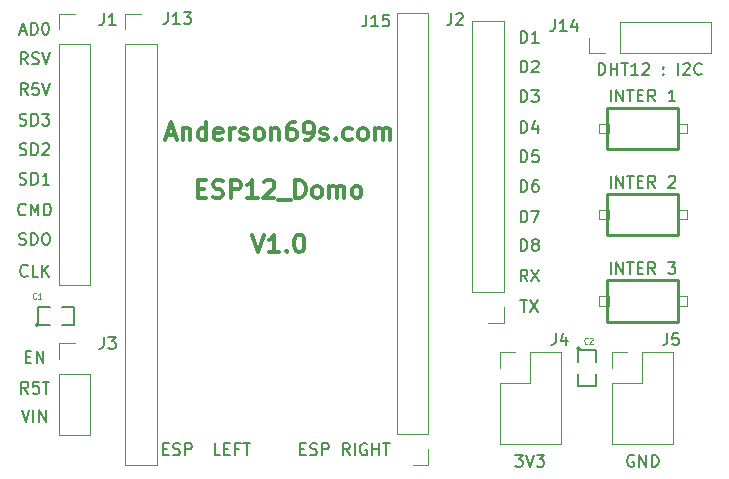
<source format=gto>
G04 #@! TF.GenerationSoftware,KiCad,Pcbnew,(5.1.5-0-10_14)*
G04 #@! TF.CreationDate,2020-04-27T22:25:58+02:00*
G04 #@! TF.ProjectId,ESP12-Domo,45535031-322d-4446-9f6d-6f2e6b696361,rev?*
G04 #@! TF.SameCoordinates,Original*
G04 #@! TF.FileFunction,Legend,Top*
G04 #@! TF.FilePolarity,Positive*
%FSLAX46Y46*%
G04 Gerber Fmt 4.6, Leading zero omitted, Abs format (unit mm)*
G04 Created by KiCad (PCBNEW (5.1.5-0-10_14)) date 2020-04-27 22:25:58*
%MOMM*%
%LPD*%
G04 APERTURE LIST*
%ADD10C,0.300000*%
%ADD11C,0.150000*%
%ADD12C,0.120000*%
%ADD13C,0.127000*%
%ADD14C,0.066040*%
%ADD15C,0.254000*%
%ADD16C,0.099060*%
%ADD17C,0.200000*%
G04 APERTURE END LIST*
D10*
X120714285Y-82678571D02*
X121214285Y-84178571D01*
X121714285Y-82678571D01*
X123000000Y-84178571D02*
X122142857Y-84178571D01*
X122571428Y-84178571D02*
X122571428Y-82678571D01*
X122428571Y-82892857D01*
X122285714Y-83035714D01*
X122142857Y-83107142D01*
X123642857Y-84035714D02*
X123714285Y-84107142D01*
X123642857Y-84178571D01*
X123571428Y-84107142D01*
X123642857Y-84035714D01*
X123642857Y-84178571D01*
X124642857Y-82678571D02*
X124785714Y-82678571D01*
X124928571Y-82750000D01*
X125000000Y-82821428D01*
X125071428Y-82964285D01*
X125142857Y-83250000D01*
X125142857Y-83607142D01*
X125071428Y-83892857D01*
X125000000Y-84035714D01*
X124928571Y-84107142D01*
X124785714Y-84178571D01*
X124642857Y-84178571D01*
X124500000Y-84107142D01*
X124428571Y-84035714D01*
X124357142Y-83892857D01*
X124285714Y-83607142D01*
X124285714Y-83250000D01*
X124357142Y-82964285D01*
X124428571Y-82821428D01*
X124500000Y-82750000D01*
X124642857Y-82678571D01*
X116107142Y-78792857D02*
X116607142Y-78792857D01*
X116821428Y-79578571D02*
X116107142Y-79578571D01*
X116107142Y-78078571D01*
X116821428Y-78078571D01*
X117392857Y-79507142D02*
X117607142Y-79578571D01*
X117964285Y-79578571D01*
X118107142Y-79507142D01*
X118178571Y-79435714D01*
X118250000Y-79292857D01*
X118250000Y-79150000D01*
X118178571Y-79007142D01*
X118107142Y-78935714D01*
X117964285Y-78864285D01*
X117678571Y-78792857D01*
X117535714Y-78721428D01*
X117464285Y-78650000D01*
X117392857Y-78507142D01*
X117392857Y-78364285D01*
X117464285Y-78221428D01*
X117535714Y-78150000D01*
X117678571Y-78078571D01*
X118035714Y-78078571D01*
X118250000Y-78150000D01*
X118892857Y-79578571D02*
X118892857Y-78078571D01*
X119464285Y-78078571D01*
X119607142Y-78150000D01*
X119678571Y-78221428D01*
X119750000Y-78364285D01*
X119750000Y-78578571D01*
X119678571Y-78721428D01*
X119607142Y-78792857D01*
X119464285Y-78864285D01*
X118892857Y-78864285D01*
X121178571Y-79578571D02*
X120321428Y-79578571D01*
X120750000Y-79578571D02*
X120750000Y-78078571D01*
X120607142Y-78292857D01*
X120464285Y-78435714D01*
X120321428Y-78507142D01*
X121750000Y-78221428D02*
X121821428Y-78150000D01*
X121964285Y-78078571D01*
X122321428Y-78078571D01*
X122464285Y-78150000D01*
X122535714Y-78221428D01*
X122607142Y-78364285D01*
X122607142Y-78507142D01*
X122535714Y-78721428D01*
X121678571Y-79578571D01*
X122607142Y-79578571D01*
X122892857Y-79721428D02*
X124035714Y-79721428D01*
X124392857Y-79578571D02*
X124392857Y-78078571D01*
X124750000Y-78078571D01*
X124964285Y-78150000D01*
X125107142Y-78292857D01*
X125178571Y-78435714D01*
X125250000Y-78721428D01*
X125250000Y-78935714D01*
X125178571Y-79221428D01*
X125107142Y-79364285D01*
X124964285Y-79507142D01*
X124750000Y-79578571D01*
X124392857Y-79578571D01*
X126107142Y-79578571D02*
X125964285Y-79507142D01*
X125892857Y-79435714D01*
X125821428Y-79292857D01*
X125821428Y-78864285D01*
X125892857Y-78721428D01*
X125964285Y-78650000D01*
X126107142Y-78578571D01*
X126321428Y-78578571D01*
X126464285Y-78650000D01*
X126535714Y-78721428D01*
X126607142Y-78864285D01*
X126607142Y-79292857D01*
X126535714Y-79435714D01*
X126464285Y-79507142D01*
X126321428Y-79578571D01*
X126107142Y-79578571D01*
X127250000Y-79578571D02*
X127250000Y-78578571D01*
X127250000Y-78721428D02*
X127321428Y-78650000D01*
X127464285Y-78578571D01*
X127678571Y-78578571D01*
X127821428Y-78650000D01*
X127892857Y-78792857D01*
X127892857Y-79578571D01*
X127892857Y-78792857D02*
X127964285Y-78650000D01*
X128107142Y-78578571D01*
X128321428Y-78578571D01*
X128464285Y-78650000D01*
X128535714Y-78792857D01*
X128535714Y-79578571D01*
X129464285Y-79578571D02*
X129321428Y-79507142D01*
X129250000Y-79435714D01*
X129178571Y-79292857D01*
X129178571Y-78864285D01*
X129250000Y-78721428D01*
X129321428Y-78650000D01*
X129464285Y-78578571D01*
X129678571Y-78578571D01*
X129821428Y-78650000D01*
X129892857Y-78721428D01*
X129964285Y-78864285D01*
X129964285Y-79292857D01*
X129892857Y-79435714D01*
X129821428Y-79507142D01*
X129678571Y-79578571D01*
X129464285Y-79578571D01*
X113500000Y-74250000D02*
X114214285Y-74250000D01*
X113357142Y-74678571D02*
X113857142Y-73178571D01*
X114357142Y-74678571D01*
X114857142Y-73678571D02*
X114857142Y-74678571D01*
X114857142Y-73821428D02*
X114928571Y-73750000D01*
X115071428Y-73678571D01*
X115285714Y-73678571D01*
X115428571Y-73750000D01*
X115500000Y-73892857D01*
X115500000Y-74678571D01*
X116857142Y-74678571D02*
X116857142Y-73178571D01*
X116857142Y-74607142D02*
X116714285Y-74678571D01*
X116428571Y-74678571D01*
X116285714Y-74607142D01*
X116214285Y-74535714D01*
X116142857Y-74392857D01*
X116142857Y-73964285D01*
X116214285Y-73821428D01*
X116285714Y-73750000D01*
X116428571Y-73678571D01*
X116714285Y-73678571D01*
X116857142Y-73750000D01*
X118142857Y-74607142D02*
X118000000Y-74678571D01*
X117714285Y-74678571D01*
X117571428Y-74607142D01*
X117500000Y-74464285D01*
X117500000Y-73892857D01*
X117571428Y-73750000D01*
X117714285Y-73678571D01*
X118000000Y-73678571D01*
X118142857Y-73750000D01*
X118214285Y-73892857D01*
X118214285Y-74035714D01*
X117500000Y-74178571D01*
X118857142Y-74678571D02*
X118857142Y-73678571D01*
X118857142Y-73964285D02*
X118928571Y-73821428D01*
X119000000Y-73750000D01*
X119142857Y-73678571D01*
X119285714Y-73678571D01*
X119714285Y-74607142D02*
X119857142Y-74678571D01*
X120142857Y-74678571D01*
X120285714Y-74607142D01*
X120357142Y-74464285D01*
X120357142Y-74392857D01*
X120285714Y-74250000D01*
X120142857Y-74178571D01*
X119928571Y-74178571D01*
X119785714Y-74107142D01*
X119714285Y-73964285D01*
X119714285Y-73892857D01*
X119785714Y-73750000D01*
X119928571Y-73678571D01*
X120142857Y-73678571D01*
X120285714Y-73750000D01*
X121214285Y-74678571D02*
X121071428Y-74607142D01*
X121000000Y-74535714D01*
X120928571Y-74392857D01*
X120928571Y-73964285D01*
X121000000Y-73821428D01*
X121071428Y-73750000D01*
X121214285Y-73678571D01*
X121428571Y-73678571D01*
X121571428Y-73750000D01*
X121642857Y-73821428D01*
X121714285Y-73964285D01*
X121714285Y-74392857D01*
X121642857Y-74535714D01*
X121571428Y-74607142D01*
X121428571Y-74678571D01*
X121214285Y-74678571D01*
X122357142Y-73678571D02*
X122357142Y-74678571D01*
X122357142Y-73821428D02*
X122428571Y-73750000D01*
X122571428Y-73678571D01*
X122785714Y-73678571D01*
X122928571Y-73750000D01*
X123000000Y-73892857D01*
X123000000Y-74678571D01*
X124357142Y-73178571D02*
X124071428Y-73178571D01*
X123928571Y-73250000D01*
X123857142Y-73321428D01*
X123714285Y-73535714D01*
X123642857Y-73821428D01*
X123642857Y-74392857D01*
X123714285Y-74535714D01*
X123785714Y-74607142D01*
X123928571Y-74678571D01*
X124214285Y-74678571D01*
X124357142Y-74607142D01*
X124428571Y-74535714D01*
X124500000Y-74392857D01*
X124500000Y-74035714D01*
X124428571Y-73892857D01*
X124357142Y-73821428D01*
X124214285Y-73750000D01*
X123928571Y-73750000D01*
X123785714Y-73821428D01*
X123714285Y-73892857D01*
X123642857Y-74035714D01*
X125214285Y-74678571D02*
X125500000Y-74678571D01*
X125642857Y-74607142D01*
X125714285Y-74535714D01*
X125857142Y-74321428D01*
X125928571Y-74035714D01*
X125928571Y-73464285D01*
X125857142Y-73321428D01*
X125785714Y-73250000D01*
X125642857Y-73178571D01*
X125357142Y-73178571D01*
X125214285Y-73250000D01*
X125142857Y-73321428D01*
X125071428Y-73464285D01*
X125071428Y-73821428D01*
X125142857Y-73964285D01*
X125214285Y-74035714D01*
X125357142Y-74107142D01*
X125642857Y-74107142D01*
X125785714Y-74035714D01*
X125857142Y-73964285D01*
X125928571Y-73821428D01*
X126500000Y-74607142D02*
X126642857Y-74678571D01*
X126928571Y-74678571D01*
X127071428Y-74607142D01*
X127142857Y-74464285D01*
X127142857Y-74392857D01*
X127071428Y-74250000D01*
X126928571Y-74178571D01*
X126714285Y-74178571D01*
X126571428Y-74107142D01*
X126500000Y-73964285D01*
X126500000Y-73892857D01*
X126571428Y-73750000D01*
X126714285Y-73678571D01*
X126928571Y-73678571D01*
X127071428Y-73750000D01*
X127785714Y-74535714D02*
X127857142Y-74607142D01*
X127785714Y-74678571D01*
X127714285Y-74607142D01*
X127785714Y-74535714D01*
X127785714Y-74678571D01*
X129142857Y-74607142D02*
X129000000Y-74678571D01*
X128714285Y-74678571D01*
X128571428Y-74607142D01*
X128500000Y-74535714D01*
X128428571Y-74392857D01*
X128428571Y-73964285D01*
X128500000Y-73821428D01*
X128571428Y-73750000D01*
X128714285Y-73678571D01*
X129000000Y-73678571D01*
X129142857Y-73750000D01*
X130000000Y-74678571D02*
X129857142Y-74607142D01*
X129785714Y-74535714D01*
X129714285Y-74392857D01*
X129714285Y-73964285D01*
X129785714Y-73821428D01*
X129857142Y-73750000D01*
X130000000Y-73678571D01*
X130214285Y-73678571D01*
X130357142Y-73750000D01*
X130428571Y-73821428D01*
X130500000Y-73964285D01*
X130500000Y-74392857D01*
X130428571Y-74535714D01*
X130357142Y-74607142D01*
X130214285Y-74678571D01*
X130000000Y-74678571D01*
X131142857Y-74678571D02*
X131142857Y-73678571D01*
X131142857Y-73821428D02*
X131214285Y-73750000D01*
X131357142Y-73678571D01*
X131571428Y-73678571D01*
X131714285Y-73750000D01*
X131785714Y-73892857D01*
X131785714Y-74678571D01*
X131785714Y-73892857D02*
X131857142Y-73750000D01*
X132000000Y-73678571D01*
X132214285Y-73678571D01*
X132357142Y-73750000D01*
X132428571Y-73892857D01*
X132428571Y-74678571D01*
D11*
X143461904Y-66452380D02*
X143461904Y-65452380D01*
X143700000Y-65452380D01*
X143842857Y-65500000D01*
X143938095Y-65595238D01*
X143985714Y-65690476D01*
X144033333Y-65880952D01*
X144033333Y-66023809D01*
X143985714Y-66214285D01*
X143938095Y-66309523D01*
X143842857Y-66404761D01*
X143700000Y-66452380D01*
X143461904Y-66452380D01*
X144985714Y-66452380D02*
X144414285Y-66452380D01*
X144700000Y-66452380D02*
X144700000Y-65452380D01*
X144604761Y-65595238D01*
X144509523Y-65690476D01*
X144414285Y-65738095D01*
X143461904Y-68952380D02*
X143461904Y-67952380D01*
X143700000Y-67952380D01*
X143842857Y-68000000D01*
X143938095Y-68095238D01*
X143985714Y-68190476D01*
X144033333Y-68380952D01*
X144033333Y-68523809D01*
X143985714Y-68714285D01*
X143938095Y-68809523D01*
X143842857Y-68904761D01*
X143700000Y-68952380D01*
X143461904Y-68952380D01*
X144414285Y-68047619D02*
X144461904Y-68000000D01*
X144557142Y-67952380D01*
X144795238Y-67952380D01*
X144890476Y-68000000D01*
X144938095Y-68047619D01*
X144985714Y-68142857D01*
X144985714Y-68238095D01*
X144938095Y-68380952D01*
X144366666Y-68952380D01*
X144985714Y-68952380D01*
X143461904Y-71452380D02*
X143461904Y-70452380D01*
X143700000Y-70452380D01*
X143842857Y-70500000D01*
X143938095Y-70595238D01*
X143985714Y-70690476D01*
X144033333Y-70880952D01*
X144033333Y-71023809D01*
X143985714Y-71214285D01*
X143938095Y-71309523D01*
X143842857Y-71404761D01*
X143700000Y-71452380D01*
X143461904Y-71452380D01*
X144366666Y-70452380D02*
X144985714Y-70452380D01*
X144652380Y-70833333D01*
X144795238Y-70833333D01*
X144890476Y-70880952D01*
X144938095Y-70928571D01*
X144985714Y-71023809D01*
X144985714Y-71261904D01*
X144938095Y-71357142D01*
X144890476Y-71404761D01*
X144795238Y-71452380D01*
X144509523Y-71452380D01*
X144414285Y-71404761D01*
X144366666Y-71357142D01*
X143461904Y-74052380D02*
X143461904Y-73052380D01*
X143700000Y-73052380D01*
X143842857Y-73100000D01*
X143938095Y-73195238D01*
X143985714Y-73290476D01*
X144033333Y-73480952D01*
X144033333Y-73623809D01*
X143985714Y-73814285D01*
X143938095Y-73909523D01*
X143842857Y-74004761D01*
X143700000Y-74052380D01*
X143461904Y-74052380D01*
X144890476Y-73385714D02*
X144890476Y-74052380D01*
X144652380Y-73004761D02*
X144414285Y-73719047D01*
X145033333Y-73719047D01*
X143461904Y-76552380D02*
X143461904Y-75552380D01*
X143700000Y-75552380D01*
X143842857Y-75600000D01*
X143938095Y-75695238D01*
X143985714Y-75790476D01*
X144033333Y-75980952D01*
X144033333Y-76123809D01*
X143985714Y-76314285D01*
X143938095Y-76409523D01*
X143842857Y-76504761D01*
X143700000Y-76552380D01*
X143461904Y-76552380D01*
X144938095Y-75552380D02*
X144461904Y-75552380D01*
X144414285Y-76028571D01*
X144461904Y-75980952D01*
X144557142Y-75933333D01*
X144795238Y-75933333D01*
X144890476Y-75980952D01*
X144938095Y-76028571D01*
X144985714Y-76123809D01*
X144985714Y-76361904D01*
X144938095Y-76457142D01*
X144890476Y-76504761D01*
X144795238Y-76552380D01*
X144557142Y-76552380D01*
X144461904Y-76504761D01*
X144414285Y-76457142D01*
X143461904Y-79052380D02*
X143461904Y-78052380D01*
X143700000Y-78052380D01*
X143842857Y-78100000D01*
X143938095Y-78195238D01*
X143985714Y-78290476D01*
X144033333Y-78480952D01*
X144033333Y-78623809D01*
X143985714Y-78814285D01*
X143938095Y-78909523D01*
X143842857Y-79004761D01*
X143700000Y-79052380D01*
X143461904Y-79052380D01*
X144890476Y-78052380D02*
X144700000Y-78052380D01*
X144604761Y-78100000D01*
X144557142Y-78147619D01*
X144461904Y-78290476D01*
X144414285Y-78480952D01*
X144414285Y-78861904D01*
X144461904Y-78957142D01*
X144509523Y-79004761D01*
X144604761Y-79052380D01*
X144795238Y-79052380D01*
X144890476Y-79004761D01*
X144938095Y-78957142D01*
X144985714Y-78861904D01*
X144985714Y-78623809D01*
X144938095Y-78528571D01*
X144890476Y-78480952D01*
X144795238Y-78433333D01*
X144604761Y-78433333D01*
X144509523Y-78480952D01*
X144461904Y-78528571D01*
X144414285Y-78623809D01*
X143461904Y-81652380D02*
X143461904Y-80652380D01*
X143700000Y-80652380D01*
X143842857Y-80700000D01*
X143938095Y-80795238D01*
X143985714Y-80890476D01*
X144033333Y-81080952D01*
X144033333Y-81223809D01*
X143985714Y-81414285D01*
X143938095Y-81509523D01*
X143842857Y-81604761D01*
X143700000Y-81652380D01*
X143461904Y-81652380D01*
X144366666Y-80652380D02*
X145033333Y-80652380D01*
X144604761Y-81652380D01*
X143461904Y-84052380D02*
X143461904Y-83052380D01*
X143700000Y-83052380D01*
X143842857Y-83100000D01*
X143938095Y-83195238D01*
X143985714Y-83290476D01*
X144033333Y-83480952D01*
X144033333Y-83623809D01*
X143985714Y-83814285D01*
X143938095Y-83909523D01*
X143842857Y-84004761D01*
X143700000Y-84052380D01*
X143461904Y-84052380D01*
X144604761Y-83480952D02*
X144509523Y-83433333D01*
X144461904Y-83385714D01*
X144414285Y-83290476D01*
X144414285Y-83242857D01*
X144461904Y-83147619D01*
X144509523Y-83100000D01*
X144604761Y-83052380D01*
X144795238Y-83052380D01*
X144890476Y-83100000D01*
X144938095Y-83147619D01*
X144985714Y-83242857D01*
X144985714Y-83290476D01*
X144938095Y-83385714D01*
X144890476Y-83433333D01*
X144795238Y-83480952D01*
X144604761Y-83480952D01*
X144509523Y-83528571D01*
X144461904Y-83576190D01*
X144414285Y-83671428D01*
X144414285Y-83861904D01*
X144461904Y-83957142D01*
X144509523Y-84004761D01*
X144604761Y-84052380D01*
X144795238Y-84052380D01*
X144890476Y-84004761D01*
X144938095Y-83957142D01*
X144985714Y-83861904D01*
X144985714Y-83671428D01*
X144938095Y-83576190D01*
X144890476Y-83528571D01*
X144795238Y-83480952D01*
X144033333Y-86652380D02*
X143700000Y-86176190D01*
X143461904Y-86652380D02*
X143461904Y-85652380D01*
X143842857Y-85652380D01*
X143938095Y-85700000D01*
X143985714Y-85747619D01*
X144033333Y-85842857D01*
X144033333Y-85985714D01*
X143985714Y-86080952D01*
X143938095Y-86128571D01*
X143842857Y-86176190D01*
X143461904Y-86176190D01*
X144366666Y-85652380D02*
X145033333Y-86652380D01*
X145033333Y-85652380D02*
X144366666Y-86652380D01*
X143438095Y-88252380D02*
X144009523Y-88252380D01*
X143723809Y-89252380D02*
X143723809Y-88252380D01*
X144247619Y-88252380D02*
X144914285Y-89252380D01*
X144914285Y-88252380D02*
X144247619Y-89252380D01*
X101204761Y-97552380D02*
X101538095Y-98552380D01*
X101871428Y-97552380D01*
X102204761Y-98552380D02*
X102204761Y-97552380D01*
X102680952Y-98552380D02*
X102680952Y-97552380D01*
X103252380Y-98552380D01*
X103252380Y-97552380D01*
X101752380Y-96152380D02*
X101419047Y-95676190D01*
X101180952Y-96152380D02*
X101180952Y-95152380D01*
X101561904Y-95152380D01*
X101657142Y-95200000D01*
X101704761Y-95247619D01*
X101752380Y-95342857D01*
X101752380Y-95485714D01*
X101704761Y-95580952D01*
X101657142Y-95628571D01*
X101561904Y-95676190D01*
X101180952Y-95676190D01*
X102657142Y-95152380D02*
X102180952Y-95152380D01*
X102133333Y-95628571D01*
X102180952Y-95580952D01*
X102276190Y-95533333D01*
X102514285Y-95533333D01*
X102609523Y-95580952D01*
X102657142Y-95628571D01*
X102704761Y-95723809D01*
X102704761Y-95961904D01*
X102657142Y-96057142D01*
X102609523Y-96104761D01*
X102514285Y-96152380D01*
X102276190Y-96152380D01*
X102180952Y-96104761D01*
X102133333Y-96057142D01*
X102990476Y-95152380D02*
X103561904Y-95152380D01*
X103276190Y-96152380D02*
X103276190Y-95152380D01*
X101561904Y-93028571D02*
X101895238Y-93028571D01*
X102038095Y-93552380D02*
X101561904Y-93552380D01*
X101561904Y-92552380D01*
X102038095Y-92552380D01*
X102466666Y-93552380D02*
X102466666Y-92552380D01*
X103038095Y-93552380D01*
X103038095Y-92552380D01*
X101085714Y-65466666D02*
X101561904Y-65466666D01*
X100990476Y-65752380D02*
X101323809Y-64752380D01*
X101657142Y-65752380D01*
X101990476Y-65752380D02*
X101990476Y-64752380D01*
X102228571Y-64752380D01*
X102371428Y-64800000D01*
X102466666Y-64895238D01*
X102514285Y-64990476D01*
X102561904Y-65180952D01*
X102561904Y-65323809D01*
X102514285Y-65514285D01*
X102466666Y-65609523D01*
X102371428Y-65704761D01*
X102228571Y-65752380D01*
X101990476Y-65752380D01*
X103180952Y-64752380D02*
X103276190Y-64752380D01*
X103371428Y-64800000D01*
X103419047Y-64847619D01*
X103466666Y-64942857D01*
X103514285Y-65133333D01*
X103514285Y-65371428D01*
X103466666Y-65561904D01*
X103419047Y-65657142D01*
X103371428Y-65704761D01*
X103276190Y-65752380D01*
X103180952Y-65752380D01*
X103085714Y-65704761D01*
X103038095Y-65657142D01*
X102990476Y-65561904D01*
X102942857Y-65371428D01*
X102942857Y-65133333D01*
X102990476Y-64942857D01*
X103038095Y-64847619D01*
X103085714Y-64800000D01*
X103180952Y-64752380D01*
X101704761Y-68252380D02*
X101371428Y-67776190D01*
X101133333Y-68252380D02*
X101133333Y-67252380D01*
X101514285Y-67252380D01*
X101609523Y-67300000D01*
X101657142Y-67347619D01*
X101704761Y-67442857D01*
X101704761Y-67585714D01*
X101657142Y-67680952D01*
X101609523Y-67728571D01*
X101514285Y-67776190D01*
X101133333Y-67776190D01*
X102085714Y-68204761D02*
X102228571Y-68252380D01*
X102466666Y-68252380D01*
X102561904Y-68204761D01*
X102609523Y-68157142D01*
X102657142Y-68061904D01*
X102657142Y-67966666D01*
X102609523Y-67871428D01*
X102561904Y-67823809D01*
X102466666Y-67776190D01*
X102276190Y-67728571D01*
X102180952Y-67680952D01*
X102133333Y-67633333D01*
X102085714Y-67538095D01*
X102085714Y-67442857D01*
X102133333Y-67347619D01*
X102180952Y-67300000D01*
X102276190Y-67252380D01*
X102514285Y-67252380D01*
X102657142Y-67300000D01*
X102942857Y-67252380D02*
X103276190Y-68252380D01*
X103609523Y-67252380D01*
X101704761Y-70852380D02*
X101371428Y-70376190D01*
X101133333Y-70852380D02*
X101133333Y-69852380D01*
X101514285Y-69852380D01*
X101609523Y-69900000D01*
X101657142Y-69947619D01*
X101704761Y-70042857D01*
X101704761Y-70185714D01*
X101657142Y-70280952D01*
X101609523Y-70328571D01*
X101514285Y-70376190D01*
X101133333Y-70376190D01*
X102609523Y-69852380D02*
X102133333Y-69852380D01*
X102085714Y-70328571D01*
X102133333Y-70280952D01*
X102228571Y-70233333D01*
X102466666Y-70233333D01*
X102561904Y-70280952D01*
X102609523Y-70328571D01*
X102657142Y-70423809D01*
X102657142Y-70661904D01*
X102609523Y-70757142D01*
X102561904Y-70804761D01*
X102466666Y-70852380D01*
X102228571Y-70852380D01*
X102133333Y-70804761D01*
X102085714Y-70757142D01*
X102942857Y-69852380D02*
X103276190Y-70852380D01*
X103609523Y-69852380D01*
X101038095Y-73404761D02*
X101180952Y-73452380D01*
X101419047Y-73452380D01*
X101514285Y-73404761D01*
X101561904Y-73357142D01*
X101609523Y-73261904D01*
X101609523Y-73166666D01*
X101561904Y-73071428D01*
X101514285Y-73023809D01*
X101419047Y-72976190D01*
X101228571Y-72928571D01*
X101133333Y-72880952D01*
X101085714Y-72833333D01*
X101038095Y-72738095D01*
X101038095Y-72642857D01*
X101085714Y-72547619D01*
X101133333Y-72500000D01*
X101228571Y-72452380D01*
X101466666Y-72452380D01*
X101609523Y-72500000D01*
X102038095Y-73452380D02*
X102038095Y-72452380D01*
X102276190Y-72452380D01*
X102419047Y-72500000D01*
X102514285Y-72595238D01*
X102561904Y-72690476D01*
X102609523Y-72880952D01*
X102609523Y-73023809D01*
X102561904Y-73214285D01*
X102514285Y-73309523D01*
X102419047Y-73404761D01*
X102276190Y-73452380D01*
X102038095Y-73452380D01*
X102942857Y-72452380D02*
X103561904Y-72452380D01*
X103228571Y-72833333D01*
X103371428Y-72833333D01*
X103466666Y-72880952D01*
X103514285Y-72928571D01*
X103561904Y-73023809D01*
X103561904Y-73261904D01*
X103514285Y-73357142D01*
X103466666Y-73404761D01*
X103371428Y-73452380D01*
X103085714Y-73452380D01*
X102990476Y-73404761D01*
X102942857Y-73357142D01*
X101038095Y-75904761D02*
X101180952Y-75952380D01*
X101419047Y-75952380D01*
X101514285Y-75904761D01*
X101561904Y-75857142D01*
X101609523Y-75761904D01*
X101609523Y-75666666D01*
X101561904Y-75571428D01*
X101514285Y-75523809D01*
X101419047Y-75476190D01*
X101228571Y-75428571D01*
X101133333Y-75380952D01*
X101085714Y-75333333D01*
X101038095Y-75238095D01*
X101038095Y-75142857D01*
X101085714Y-75047619D01*
X101133333Y-75000000D01*
X101228571Y-74952380D01*
X101466666Y-74952380D01*
X101609523Y-75000000D01*
X102038095Y-75952380D02*
X102038095Y-74952380D01*
X102276190Y-74952380D01*
X102419047Y-75000000D01*
X102514285Y-75095238D01*
X102561904Y-75190476D01*
X102609523Y-75380952D01*
X102609523Y-75523809D01*
X102561904Y-75714285D01*
X102514285Y-75809523D01*
X102419047Y-75904761D01*
X102276190Y-75952380D01*
X102038095Y-75952380D01*
X102990476Y-75047619D02*
X103038095Y-75000000D01*
X103133333Y-74952380D01*
X103371428Y-74952380D01*
X103466666Y-75000000D01*
X103514285Y-75047619D01*
X103561904Y-75142857D01*
X103561904Y-75238095D01*
X103514285Y-75380952D01*
X102942857Y-75952380D01*
X103561904Y-75952380D01*
X101038095Y-78404761D02*
X101180952Y-78452380D01*
X101419047Y-78452380D01*
X101514285Y-78404761D01*
X101561904Y-78357142D01*
X101609523Y-78261904D01*
X101609523Y-78166666D01*
X101561904Y-78071428D01*
X101514285Y-78023809D01*
X101419047Y-77976190D01*
X101228571Y-77928571D01*
X101133333Y-77880952D01*
X101085714Y-77833333D01*
X101038095Y-77738095D01*
X101038095Y-77642857D01*
X101085714Y-77547619D01*
X101133333Y-77500000D01*
X101228571Y-77452380D01*
X101466666Y-77452380D01*
X101609523Y-77500000D01*
X102038095Y-78452380D02*
X102038095Y-77452380D01*
X102276190Y-77452380D01*
X102419047Y-77500000D01*
X102514285Y-77595238D01*
X102561904Y-77690476D01*
X102609523Y-77880952D01*
X102609523Y-78023809D01*
X102561904Y-78214285D01*
X102514285Y-78309523D01*
X102419047Y-78404761D01*
X102276190Y-78452380D01*
X102038095Y-78452380D01*
X103561904Y-78452380D02*
X102990476Y-78452380D01*
X103276190Y-78452380D02*
X103276190Y-77452380D01*
X103180952Y-77595238D01*
X103085714Y-77690476D01*
X102990476Y-77738095D01*
X101538095Y-80957142D02*
X101490476Y-81004761D01*
X101347619Y-81052380D01*
X101252380Y-81052380D01*
X101109523Y-81004761D01*
X101014285Y-80909523D01*
X100966666Y-80814285D01*
X100919047Y-80623809D01*
X100919047Y-80480952D01*
X100966666Y-80290476D01*
X101014285Y-80195238D01*
X101109523Y-80100000D01*
X101252380Y-80052380D01*
X101347619Y-80052380D01*
X101490476Y-80100000D01*
X101538095Y-80147619D01*
X101966666Y-81052380D02*
X101966666Y-80052380D01*
X102300000Y-80766666D01*
X102633333Y-80052380D01*
X102633333Y-81052380D01*
X103109523Y-81052380D02*
X103109523Y-80052380D01*
X103347619Y-80052380D01*
X103490476Y-80100000D01*
X103585714Y-80195238D01*
X103633333Y-80290476D01*
X103680952Y-80480952D01*
X103680952Y-80623809D01*
X103633333Y-80814285D01*
X103585714Y-80909523D01*
X103490476Y-81004761D01*
X103347619Y-81052380D01*
X103109523Y-81052380D01*
X100990476Y-83504761D02*
X101133333Y-83552380D01*
X101371428Y-83552380D01*
X101466666Y-83504761D01*
X101514285Y-83457142D01*
X101561904Y-83361904D01*
X101561904Y-83266666D01*
X101514285Y-83171428D01*
X101466666Y-83123809D01*
X101371428Y-83076190D01*
X101180952Y-83028571D01*
X101085714Y-82980952D01*
X101038095Y-82933333D01*
X100990476Y-82838095D01*
X100990476Y-82742857D01*
X101038095Y-82647619D01*
X101085714Y-82600000D01*
X101180952Y-82552380D01*
X101419047Y-82552380D01*
X101561904Y-82600000D01*
X101990476Y-83552380D02*
X101990476Y-82552380D01*
X102228571Y-82552380D01*
X102371428Y-82600000D01*
X102466666Y-82695238D01*
X102514285Y-82790476D01*
X102561904Y-82980952D01*
X102561904Y-83123809D01*
X102514285Y-83314285D01*
X102466666Y-83409523D01*
X102371428Y-83504761D01*
X102228571Y-83552380D01*
X101990476Y-83552380D01*
X103180952Y-82552380D02*
X103371428Y-82552380D01*
X103466666Y-82600000D01*
X103561904Y-82695238D01*
X103609523Y-82885714D01*
X103609523Y-83219047D01*
X103561904Y-83409523D01*
X103466666Y-83504761D01*
X103371428Y-83552380D01*
X103180952Y-83552380D01*
X103085714Y-83504761D01*
X102990476Y-83409523D01*
X102942857Y-83219047D01*
X102942857Y-82885714D01*
X102990476Y-82695238D01*
X103085714Y-82600000D01*
X103180952Y-82552380D01*
X101704761Y-86157142D02*
X101657142Y-86204761D01*
X101514285Y-86252380D01*
X101419047Y-86252380D01*
X101276190Y-86204761D01*
X101180952Y-86109523D01*
X101133333Y-86014285D01*
X101085714Y-85823809D01*
X101085714Y-85680952D01*
X101133333Y-85490476D01*
X101180952Y-85395238D01*
X101276190Y-85300000D01*
X101419047Y-85252380D01*
X101514285Y-85252380D01*
X101657142Y-85300000D01*
X101704761Y-85347619D01*
X102609523Y-86252380D02*
X102133333Y-86252380D01*
X102133333Y-85252380D01*
X102942857Y-86252380D02*
X102942857Y-85252380D01*
X103514285Y-86252380D02*
X103085714Y-85680952D01*
X103514285Y-85252380D02*
X102942857Y-85823809D01*
D12*
X142030000Y-64610000D02*
X139370000Y-64610000D01*
X142030000Y-87530000D02*
X142030000Y-64610000D01*
X139370000Y-87530000D02*
X139370000Y-64610000D01*
X142030000Y-87530000D02*
X139370000Y-87530000D01*
X142030000Y-88800000D02*
X142030000Y-90130000D01*
X142030000Y-90130000D02*
X140700000Y-90130000D01*
X104370000Y-86950000D02*
X107030000Y-86950000D01*
X104370000Y-66570000D02*
X104370000Y-86950000D01*
X107030000Y-66570000D02*
X107030000Y-86950000D01*
X104370000Y-66570000D02*
X107030000Y-66570000D01*
X104370000Y-65300000D02*
X104370000Y-63970000D01*
X104370000Y-63970000D02*
X105700000Y-63970000D01*
X104370000Y-99610000D02*
X107030000Y-99610000D01*
X104370000Y-94470000D02*
X104370000Y-99610000D01*
X107030000Y-94470000D02*
X107030000Y-99610000D01*
X104370000Y-94470000D02*
X107030000Y-94470000D01*
X104370000Y-93200000D02*
X104370000Y-91870000D01*
X104370000Y-91870000D02*
X105700000Y-91870000D01*
X109970000Y-102190000D02*
X112630000Y-102190000D01*
X109970000Y-66570000D02*
X109970000Y-102190000D01*
X112630000Y-66570000D02*
X112630000Y-102190000D01*
X109970000Y-66570000D02*
X112630000Y-66570000D01*
X109970000Y-65300000D02*
X109970000Y-63970000D01*
X109970000Y-63970000D02*
X111300000Y-63970000D01*
X159550000Y-67330000D02*
X159550000Y-64670000D01*
X151870000Y-67330000D02*
X159550000Y-67330000D01*
X151870000Y-64670000D02*
X159550000Y-64670000D01*
X151870000Y-67330000D02*
X151870000Y-64670000D01*
X150600000Y-67330000D02*
X149270000Y-67330000D01*
X149270000Y-67330000D02*
X149270000Y-66000000D01*
X135630000Y-102180000D02*
X134300000Y-102180000D01*
X135630000Y-100850000D02*
X135630000Y-102180000D01*
X135630000Y-99580000D02*
X132970000Y-99580000D01*
X132970000Y-99580000D02*
X132970000Y-63960000D01*
X135630000Y-99580000D02*
X135630000Y-63960000D01*
X135630000Y-63960000D02*
X132970000Y-63960000D01*
X141670000Y-100393500D02*
X146870000Y-100393500D01*
X141670000Y-95253500D02*
X141670000Y-100393500D01*
X146870000Y-92653500D02*
X146870000Y-100393500D01*
X141670000Y-95253500D02*
X144270000Y-95253500D01*
X144270000Y-95253500D02*
X144270000Y-92653500D01*
X144270000Y-92653500D02*
X146870000Y-92653500D01*
X141670000Y-93983500D02*
X141670000Y-92653500D01*
X141670000Y-92653500D02*
X143000000Y-92653500D01*
X151170000Y-92653500D02*
X152500000Y-92653500D01*
X151170000Y-93983500D02*
X151170000Y-92653500D01*
X153770000Y-92653500D02*
X156370000Y-92653500D01*
X153770000Y-95253500D02*
X153770000Y-92653500D01*
X151170000Y-95253500D02*
X153770000Y-95253500D01*
X156370000Y-92653500D02*
X156370000Y-100393500D01*
X151170000Y-95253500D02*
X151170000Y-100393500D01*
X151170000Y-100393500D02*
X156370000Y-100393500D01*
D13*
X105676500Y-90362000D02*
X104660500Y-90362000D01*
X105676500Y-88838000D02*
X105676500Y-90362000D01*
X104660500Y-88838000D02*
X105676500Y-88838000D01*
X102628500Y-88838000D02*
X103644500Y-88838000D01*
X102628500Y-90362000D02*
X102628500Y-88838000D01*
X103644500Y-90362000D02*
X102628500Y-90362000D01*
X102628500Y-90362000D02*
G75*
G03X102628500Y-90362000I-127000J0D01*
G01*
X148465000Y-92349000D02*
G75*
G03X148465000Y-92349000I-127000J0D01*
G01*
X148338000Y-93492000D02*
X148338000Y-92476000D01*
X148338000Y-92476000D02*
X149862000Y-92476000D01*
X149862000Y-92476000D02*
X149862000Y-93492000D01*
X149862000Y-94508000D02*
X149862000Y-95524000D01*
X149862000Y-95524000D02*
X148338000Y-95524000D01*
X148338000Y-95524000D02*
X148338000Y-94508000D01*
D14*
X157498240Y-73301220D02*
X156698140Y-73301220D01*
X156698140Y-73301220D02*
X156698140Y-74098780D01*
X157498240Y-74098780D02*
X156698140Y-74098780D01*
X157498240Y-73301220D02*
X157498240Y-74098780D01*
X150901860Y-73301220D02*
X150101760Y-73301220D01*
X150101760Y-73301220D02*
X150101760Y-74098780D01*
X150901860Y-74098780D02*
X150101760Y-74098780D01*
X150901860Y-73301220D02*
X150901860Y-74098780D01*
D15*
X156799740Y-75447520D02*
X150800260Y-75447520D01*
X150800260Y-71952480D02*
X156799740Y-71952480D01*
X156799740Y-75447520D02*
X156799740Y-74347700D01*
X150800260Y-75447520D02*
X150800260Y-74347700D01*
X150800260Y-71952480D02*
X150800260Y-73052300D01*
X156799740Y-71952480D02*
X156799740Y-73052300D01*
X156799740Y-74347700D02*
X156799740Y-73100560D01*
X150800260Y-74398500D02*
X150800260Y-72950700D01*
X150800260Y-81698500D02*
X150800260Y-80250700D01*
X156799740Y-81647700D02*
X156799740Y-80400560D01*
X156799740Y-79252480D02*
X156799740Y-80352300D01*
X150800260Y-79252480D02*
X150800260Y-80352300D01*
X150800260Y-82747520D02*
X150800260Y-81647700D01*
X156799740Y-82747520D02*
X156799740Y-81647700D01*
X150800260Y-79252480D02*
X156799740Y-79252480D01*
X156799740Y-82747520D02*
X150800260Y-82747520D01*
D14*
X150901860Y-80601220D02*
X150901860Y-81398780D01*
X150901860Y-81398780D02*
X150101760Y-81398780D01*
X150101760Y-80601220D02*
X150101760Y-81398780D01*
X150901860Y-80601220D02*
X150101760Y-80601220D01*
X157498240Y-80601220D02*
X157498240Y-81398780D01*
X157498240Y-81398780D02*
X156698140Y-81398780D01*
X156698140Y-80601220D02*
X156698140Y-81398780D01*
X157498240Y-80601220D02*
X156698140Y-80601220D01*
X157498240Y-87901220D02*
X156698140Y-87901220D01*
X156698140Y-87901220D02*
X156698140Y-88698780D01*
X157498240Y-88698780D02*
X156698140Y-88698780D01*
X157498240Y-87901220D02*
X157498240Y-88698780D01*
X150901860Y-87901220D02*
X150101760Y-87901220D01*
X150101760Y-87901220D02*
X150101760Y-88698780D01*
X150901860Y-88698780D02*
X150101760Y-88698780D01*
X150901860Y-87901220D02*
X150901860Y-88698780D01*
D15*
X156799740Y-90047520D02*
X150800260Y-90047520D01*
X150800260Y-86552480D02*
X156799740Y-86552480D01*
X156799740Y-90047520D02*
X156799740Y-88947700D01*
X150800260Y-90047520D02*
X150800260Y-88947700D01*
X150800260Y-86552480D02*
X150800260Y-87652300D01*
X156799740Y-86552480D02*
X156799740Y-87652300D01*
X156799740Y-88947700D02*
X156799740Y-87700560D01*
X150800260Y-88998500D02*
X150800260Y-87550700D01*
D11*
X137566666Y-63952380D02*
X137566666Y-64666666D01*
X137519047Y-64809523D01*
X137423809Y-64904761D01*
X137280952Y-64952380D01*
X137185714Y-64952380D01*
X137995238Y-64047619D02*
X138042857Y-64000000D01*
X138138095Y-63952380D01*
X138376190Y-63952380D01*
X138471428Y-64000000D01*
X138519047Y-64047619D01*
X138566666Y-64142857D01*
X138566666Y-64238095D01*
X138519047Y-64380952D01*
X137947619Y-64952380D01*
X138566666Y-64952380D01*
X108166666Y-63952380D02*
X108166666Y-64666666D01*
X108119047Y-64809523D01*
X108023809Y-64904761D01*
X107880952Y-64952380D01*
X107785714Y-64952380D01*
X109166666Y-64952380D02*
X108595238Y-64952380D01*
X108880952Y-64952380D02*
X108880952Y-63952380D01*
X108785714Y-64095238D01*
X108690476Y-64190476D01*
X108595238Y-64238095D01*
X108166666Y-91352380D02*
X108166666Y-92066666D01*
X108119047Y-92209523D01*
X108023809Y-92304761D01*
X107880952Y-92352380D01*
X107785714Y-92352380D01*
X108547619Y-91352380D02*
X109166666Y-91352380D01*
X108833333Y-91733333D01*
X108976190Y-91733333D01*
X109071428Y-91780952D01*
X109119047Y-91828571D01*
X109166666Y-91923809D01*
X109166666Y-92161904D01*
X109119047Y-92257142D01*
X109071428Y-92304761D01*
X108976190Y-92352380D01*
X108690476Y-92352380D01*
X108595238Y-92304761D01*
X108547619Y-92257142D01*
X113590476Y-63852380D02*
X113590476Y-64566666D01*
X113542857Y-64709523D01*
X113447619Y-64804761D01*
X113304761Y-64852380D01*
X113209523Y-64852380D01*
X114590476Y-64852380D02*
X114019047Y-64852380D01*
X114304761Y-64852380D02*
X114304761Y-63852380D01*
X114209523Y-63995238D01*
X114114285Y-64090476D01*
X114019047Y-64138095D01*
X114923809Y-63852380D02*
X115542857Y-63852380D01*
X115209523Y-64233333D01*
X115352380Y-64233333D01*
X115447619Y-64280952D01*
X115495238Y-64328571D01*
X115542857Y-64423809D01*
X115542857Y-64661904D01*
X115495238Y-64757142D01*
X115447619Y-64804761D01*
X115352380Y-64852380D01*
X115066666Y-64852380D01*
X114971428Y-64804761D01*
X114923809Y-64757142D01*
X113180952Y-100828571D02*
X113514285Y-100828571D01*
X113657142Y-101352380D02*
X113180952Y-101352380D01*
X113180952Y-100352380D01*
X113657142Y-100352380D01*
X114038095Y-101304761D02*
X114180952Y-101352380D01*
X114419047Y-101352380D01*
X114514285Y-101304761D01*
X114561904Y-101257142D01*
X114609523Y-101161904D01*
X114609523Y-101066666D01*
X114561904Y-100971428D01*
X114514285Y-100923809D01*
X114419047Y-100876190D01*
X114228571Y-100828571D01*
X114133333Y-100780952D01*
X114085714Y-100733333D01*
X114038095Y-100638095D01*
X114038095Y-100542857D01*
X114085714Y-100447619D01*
X114133333Y-100400000D01*
X114228571Y-100352380D01*
X114466666Y-100352380D01*
X114609523Y-100400000D01*
X115038095Y-101352380D02*
X115038095Y-100352380D01*
X115419047Y-100352380D01*
X115514285Y-100400000D01*
X115561904Y-100447619D01*
X115609523Y-100542857D01*
X115609523Y-100685714D01*
X115561904Y-100780952D01*
X115514285Y-100828571D01*
X115419047Y-100876190D01*
X115038095Y-100876190D01*
X118038095Y-101352380D02*
X117561904Y-101352380D01*
X117561904Y-100352380D01*
X118371428Y-100828571D02*
X118704761Y-100828571D01*
X118847619Y-101352380D02*
X118371428Y-101352380D01*
X118371428Y-100352380D01*
X118847619Y-100352380D01*
X119609523Y-100828571D02*
X119276190Y-100828571D01*
X119276190Y-101352380D02*
X119276190Y-100352380D01*
X119752380Y-100352380D01*
X119990476Y-100352380D02*
X120561904Y-100352380D01*
X120276190Y-101352380D02*
X120276190Y-100352380D01*
X146340476Y-64452380D02*
X146340476Y-65166666D01*
X146292857Y-65309523D01*
X146197619Y-65404761D01*
X146054761Y-65452380D01*
X145959523Y-65452380D01*
X147340476Y-65452380D02*
X146769047Y-65452380D01*
X147054761Y-65452380D02*
X147054761Y-64452380D01*
X146959523Y-64595238D01*
X146864285Y-64690476D01*
X146769047Y-64738095D01*
X148197619Y-64785714D02*
X148197619Y-65452380D01*
X147959523Y-64404761D02*
X147721428Y-65119047D01*
X148340476Y-65119047D01*
X150066666Y-69152380D02*
X150066666Y-68152380D01*
X150304761Y-68152380D01*
X150447619Y-68200000D01*
X150542857Y-68295238D01*
X150590476Y-68390476D01*
X150638095Y-68580952D01*
X150638095Y-68723809D01*
X150590476Y-68914285D01*
X150542857Y-69009523D01*
X150447619Y-69104761D01*
X150304761Y-69152380D01*
X150066666Y-69152380D01*
X151066666Y-69152380D02*
X151066666Y-68152380D01*
X151066666Y-68628571D02*
X151638095Y-68628571D01*
X151638095Y-69152380D02*
X151638095Y-68152380D01*
X151971428Y-68152380D02*
X152542857Y-68152380D01*
X152257142Y-69152380D02*
X152257142Y-68152380D01*
X153400000Y-69152380D02*
X152828571Y-69152380D01*
X153114285Y-69152380D02*
X153114285Y-68152380D01*
X153019047Y-68295238D01*
X152923809Y-68390476D01*
X152828571Y-68438095D01*
X153780952Y-68247619D02*
X153828571Y-68200000D01*
X153923809Y-68152380D01*
X154161904Y-68152380D01*
X154257142Y-68200000D01*
X154304761Y-68247619D01*
X154352380Y-68342857D01*
X154352380Y-68438095D01*
X154304761Y-68580952D01*
X153733333Y-69152380D01*
X154352380Y-69152380D01*
X155542857Y-69057142D02*
X155590476Y-69104761D01*
X155542857Y-69152380D01*
X155495238Y-69104761D01*
X155542857Y-69057142D01*
X155542857Y-69152380D01*
X155542857Y-68533333D02*
X155590476Y-68580952D01*
X155542857Y-68628571D01*
X155495238Y-68580952D01*
X155542857Y-68533333D01*
X155542857Y-68628571D01*
X156780952Y-69152380D02*
X156780952Y-68152380D01*
X157209523Y-68247619D02*
X157257142Y-68200000D01*
X157352380Y-68152380D01*
X157590476Y-68152380D01*
X157685714Y-68200000D01*
X157733333Y-68247619D01*
X157780952Y-68342857D01*
X157780952Y-68438095D01*
X157733333Y-68580952D01*
X157161904Y-69152380D01*
X157780952Y-69152380D01*
X158780952Y-69057142D02*
X158733333Y-69104761D01*
X158590476Y-69152380D01*
X158495238Y-69152380D01*
X158352380Y-69104761D01*
X158257142Y-69009523D01*
X158209523Y-68914285D01*
X158161904Y-68723809D01*
X158161904Y-68580952D01*
X158209523Y-68390476D01*
X158257142Y-68295238D01*
X158352380Y-68200000D01*
X158495238Y-68152380D01*
X158590476Y-68152380D01*
X158733333Y-68200000D01*
X158780952Y-68247619D01*
X130390476Y-64052380D02*
X130390476Y-64766666D01*
X130342857Y-64909523D01*
X130247619Y-65004761D01*
X130104761Y-65052380D01*
X130009523Y-65052380D01*
X131390476Y-65052380D02*
X130819047Y-65052380D01*
X131104761Y-65052380D02*
X131104761Y-64052380D01*
X131009523Y-64195238D01*
X130914285Y-64290476D01*
X130819047Y-64338095D01*
X132295238Y-64052380D02*
X131819047Y-64052380D01*
X131771428Y-64528571D01*
X131819047Y-64480952D01*
X131914285Y-64433333D01*
X132152380Y-64433333D01*
X132247619Y-64480952D01*
X132295238Y-64528571D01*
X132342857Y-64623809D01*
X132342857Y-64861904D01*
X132295238Y-64957142D01*
X132247619Y-65004761D01*
X132152380Y-65052380D01*
X131914285Y-65052380D01*
X131819047Y-65004761D01*
X131771428Y-64957142D01*
X124785714Y-100828571D02*
X125119047Y-100828571D01*
X125261904Y-101352380D02*
X124785714Y-101352380D01*
X124785714Y-100352380D01*
X125261904Y-100352380D01*
X125642857Y-101304761D02*
X125785714Y-101352380D01*
X126023809Y-101352380D01*
X126119047Y-101304761D01*
X126166666Y-101257142D01*
X126214285Y-101161904D01*
X126214285Y-101066666D01*
X126166666Y-100971428D01*
X126119047Y-100923809D01*
X126023809Y-100876190D01*
X125833333Y-100828571D01*
X125738095Y-100780952D01*
X125690476Y-100733333D01*
X125642857Y-100638095D01*
X125642857Y-100542857D01*
X125690476Y-100447619D01*
X125738095Y-100400000D01*
X125833333Y-100352380D01*
X126071428Y-100352380D01*
X126214285Y-100400000D01*
X126642857Y-101352380D02*
X126642857Y-100352380D01*
X127023809Y-100352380D01*
X127119047Y-100400000D01*
X127166666Y-100447619D01*
X127214285Y-100542857D01*
X127214285Y-100685714D01*
X127166666Y-100780952D01*
X127119047Y-100828571D01*
X127023809Y-100876190D01*
X126642857Y-100876190D01*
X128976190Y-101352380D02*
X128642857Y-100876190D01*
X128404761Y-101352380D02*
X128404761Y-100352380D01*
X128785714Y-100352380D01*
X128880952Y-100400000D01*
X128928571Y-100447619D01*
X128976190Y-100542857D01*
X128976190Y-100685714D01*
X128928571Y-100780952D01*
X128880952Y-100828571D01*
X128785714Y-100876190D01*
X128404761Y-100876190D01*
X129404761Y-101352380D02*
X129404761Y-100352380D01*
X130404761Y-100400000D02*
X130309523Y-100352380D01*
X130166666Y-100352380D01*
X130023809Y-100400000D01*
X129928571Y-100495238D01*
X129880952Y-100590476D01*
X129833333Y-100780952D01*
X129833333Y-100923809D01*
X129880952Y-101114285D01*
X129928571Y-101209523D01*
X130023809Y-101304761D01*
X130166666Y-101352380D01*
X130261904Y-101352380D01*
X130404761Y-101304761D01*
X130452380Y-101257142D01*
X130452380Y-100923809D01*
X130261904Y-100923809D01*
X130880952Y-101352380D02*
X130880952Y-100352380D01*
X130880952Y-100828571D02*
X131452380Y-100828571D01*
X131452380Y-101352380D02*
X131452380Y-100352380D01*
X131785714Y-100352380D02*
X132357142Y-100352380D01*
X132071428Y-101352380D02*
X132071428Y-100352380D01*
X146406666Y-91035880D02*
X146406666Y-91750166D01*
X146359047Y-91893023D01*
X146263809Y-91988261D01*
X146120952Y-92035880D01*
X146025714Y-92035880D01*
X147311428Y-91369214D02*
X147311428Y-92035880D01*
X147073333Y-90988261D02*
X146835238Y-91702547D01*
X147454285Y-91702547D01*
X143001904Y-101335880D02*
X143620952Y-101335880D01*
X143287619Y-101716833D01*
X143430476Y-101716833D01*
X143525714Y-101764452D01*
X143573333Y-101812071D01*
X143620952Y-101907309D01*
X143620952Y-102145404D01*
X143573333Y-102240642D01*
X143525714Y-102288261D01*
X143430476Y-102335880D01*
X143144761Y-102335880D01*
X143049523Y-102288261D01*
X143001904Y-102240642D01*
X143906666Y-101335880D02*
X144240000Y-102335880D01*
X144573333Y-101335880D01*
X144811428Y-101335880D02*
X145430476Y-101335880D01*
X145097142Y-101716833D01*
X145240000Y-101716833D01*
X145335238Y-101764452D01*
X145382857Y-101812071D01*
X145430476Y-101907309D01*
X145430476Y-102145404D01*
X145382857Y-102240642D01*
X145335238Y-102288261D01*
X145240000Y-102335880D01*
X144954285Y-102335880D01*
X144859047Y-102288261D01*
X144811428Y-102240642D01*
X155866666Y-91035880D02*
X155866666Y-91750166D01*
X155819047Y-91893023D01*
X155723809Y-91988261D01*
X155580952Y-92035880D01*
X155485714Y-92035880D01*
X156819047Y-91035880D02*
X156342857Y-91035880D01*
X156295238Y-91512071D01*
X156342857Y-91464452D01*
X156438095Y-91416833D01*
X156676190Y-91416833D01*
X156771428Y-91464452D01*
X156819047Y-91512071D01*
X156866666Y-91607309D01*
X156866666Y-91845404D01*
X156819047Y-91940642D01*
X156771428Y-91988261D01*
X156676190Y-92035880D01*
X156438095Y-92035880D01*
X156342857Y-91988261D01*
X156295238Y-91940642D01*
X153038095Y-101383500D02*
X152942857Y-101335880D01*
X152800000Y-101335880D01*
X152657142Y-101383500D01*
X152561904Y-101478738D01*
X152514285Y-101573976D01*
X152466666Y-101764452D01*
X152466666Y-101907309D01*
X152514285Y-102097785D01*
X152561904Y-102193023D01*
X152657142Y-102288261D01*
X152800000Y-102335880D01*
X152895238Y-102335880D01*
X153038095Y-102288261D01*
X153085714Y-102240642D01*
X153085714Y-101907309D01*
X152895238Y-101907309D01*
X153514285Y-102335880D02*
X153514285Y-101335880D01*
X154085714Y-102335880D01*
X154085714Y-101335880D01*
X154561904Y-102335880D02*
X154561904Y-101335880D01*
X154800000Y-101335880D01*
X154942857Y-101383500D01*
X155038095Y-101478738D01*
X155085714Y-101573976D01*
X155133333Y-101764452D01*
X155133333Y-101907309D01*
X155085714Y-102097785D01*
X155038095Y-102193023D01*
X154942857Y-102288261D01*
X154800000Y-102335880D01*
X154561904Y-102335880D01*
D16*
X102423800Y-88081428D02*
X102402028Y-88105619D01*
X102336714Y-88129809D01*
X102293171Y-88129809D01*
X102227857Y-88105619D01*
X102184314Y-88057238D01*
X102162542Y-88008857D01*
X102140771Y-87912095D01*
X102140771Y-87839523D01*
X102162542Y-87742761D01*
X102184314Y-87694380D01*
X102227857Y-87646000D01*
X102293171Y-87621809D01*
X102336714Y-87621809D01*
X102402028Y-87646000D01*
X102423800Y-87670190D01*
X102859228Y-88129809D02*
X102597971Y-88129809D01*
X102728600Y-88129809D02*
X102728600Y-87621809D01*
X102685057Y-87694380D01*
X102641514Y-87742761D01*
X102597971Y-87766952D01*
X149123800Y-91881428D02*
X149102028Y-91905619D01*
X149036714Y-91929809D01*
X148993171Y-91929809D01*
X148927857Y-91905619D01*
X148884314Y-91857238D01*
X148862542Y-91808857D01*
X148840771Y-91712095D01*
X148840771Y-91639523D01*
X148862542Y-91542761D01*
X148884314Y-91494380D01*
X148927857Y-91446000D01*
X148993171Y-91421809D01*
X149036714Y-91421809D01*
X149102028Y-91446000D01*
X149123800Y-91470190D01*
X149297971Y-91470190D02*
X149319742Y-91446000D01*
X149363285Y-91421809D01*
X149472142Y-91421809D01*
X149515685Y-91446000D01*
X149537457Y-91470190D01*
X149559228Y-91518571D01*
X149559228Y-91566952D01*
X149537457Y-91639523D01*
X149276200Y-91929809D01*
X149559228Y-91929809D01*
D17*
X151085714Y-71409180D02*
X151085714Y-70409180D01*
X151561904Y-71409180D02*
X151561904Y-70409180D01*
X152133333Y-71409180D01*
X152133333Y-70409180D01*
X152466666Y-70409180D02*
X153038095Y-70409180D01*
X152752380Y-71409180D02*
X152752380Y-70409180D01*
X153371428Y-70885371D02*
X153704761Y-70885371D01*
X153847619Y-71409180D02*
X153371428Y-71409180D01*
X153371428Y-70409180D01*
X153847619Y-70409180D01*
X154847619Y-71409180D02*
X154514285Y-70932990D01*
X154276190Y-71409180D02*
X154276190Y-70409180D01*
X154657142Y-70409180D01*
X154752380Y-70456800D01*
X154800000Y-70504419D01*
X154847619Y-70599657D01*
X154847619Y-70742514D01*
X154800000Y-70837752D01*
X154752380Y-70885371D01*
X154657142Y-70932990D01*
X154276190Y-70932990D01*
X156561904Y-71409180D02*
X155990476Y-71409180D01*
X156276190Y-71409180D02*
X156276190Y-70409180D01*
X156180952Y-70552038D01*
X156085714Y-70647276D01*
X155990476Y-70694895D01*
X151085714Y-78709180D02*
X151085714Y-77709180D01*
X151561904Y-78709180D02*
X151561904Y-77709180D01*
X152133333Y-78709180D01*
X152133333Y-77709180D01*
X152466666Y-77709180D02*
X153038095Y-77709180D01*
X152752380Y-78709180D02*
X152752380Y-77709180D01*
X153371428Y-78185371D02*
X153704761Y-78185371D01*
X153847619Y-78709180D02*
X153371428Y-78709180D01*
X153371428Y-77709180D01*
X153847619Y-77709180D01*
X154847619Y-78709180D02*
X154514285Y-78232990D01*
X154276190Y-78709180D02*
X154276190Y-77709180D01*
X154657142Y-77709180D01*
X154752380Y-77756800D01*
X154800000Y-77804419D01*
X154847619Y-77899657D01*
X154847619Y-78042514D01*
X154800000Y-78137752D01*
X154752380Y-78185371D01*
X154657142Y-78232990D01*
X154276190Y-78232990D01*
X155990476Y-77804419D02*
X156038095Y-77756800D01*
X156133333Y-77709180D01*
X156371428Y-77709180D01*
X156466666Y-77756800D01*
X156514285Y-77804419D01*
X156561904Y-77899657D01*
X156561904Y-77994895D01*
X156514285Y-78137752D01*
X155942857Y-78709180D01*
X156561904Y-78709180D01*
X151085714Y-86009180D02*
X151085714Y-85009180D01*
X151561904Y-86009180D02*
X151561904Y-85009180D01*
X152133333Y-86009180D01*
X152133333Y-85009180D01*
X152466666Y-85009180D02*
X153038095Y-85009180D01*
X152752380Y-86009180D02*
X152752380Y-85009180D01*
X153371428Y-85485371D02*
X153704761Y-85485371D01*
X153847619Y-86009180D02*
X153371428Y-86009180D01*
X153371428Y-85009180D01*
X153847619Y-85009180D01*
X154847619Y-86009180D02*
X154514285Y-85532990D01*
X154276190Y-86009180D02*
X154276190Y-85009180D01*
X154657142Y-85009180D01*
X154752380Y-85056800D01*
X154800000Y-85104419D01*
X154847619Y-85199657D01*
X154847619Y-85342514D01*
X154800000Y-85437752D01*
X154752380Y-85485371D01*
X154657142Y-85532990D01*
X154276190Y-85532990D01*
X155942857Y-85009180D02*
X156561904Y-85009180D01*
X156228571Y-85390133D01*
X156371428Y-85390133D01*
X156466666Y-85437752D01*
X156514285Y-85485371D01*
X156561904Y-85580609D01*
X156561904Y-85818704D01*
X156514285Y-85913942D01*
X156466666Y-85961561D01*
X156371428Y-86009180D01*
X156085714Y-86009180D01*
X155990476Y-85961561D01*
X155942857Y-85913942D01*
M02*

</source>
